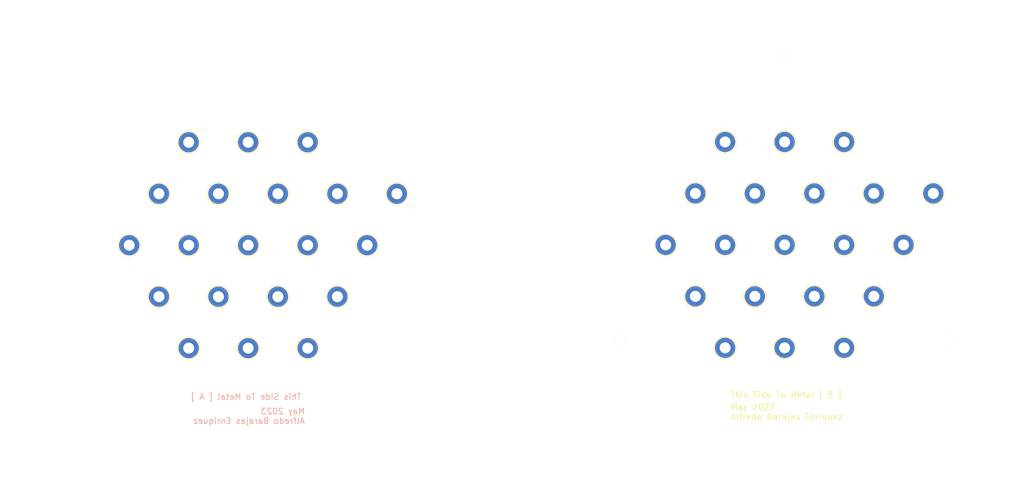
<source format=kicad_pcb>
(kicad_pcb (version 20221018) (generator pcbnew)
  (layers (0 "F.Cu" signal) (31 "B.Cu" signal) (34 "B.Paste" user) (35 "F.Paste" user) (36 "B.SilkS" user "B.Silkscreen") (37 "F.SilkS" user "F.Silkscreen") (38 "B.Mask" user) (39 "F.Mask" user) (44 "Edge.Cuts" user))
  (net 0 "")
  (footprint "TestPoint:TestPoint_Loop_D2.50mm_Drill1.85mm" (layer "F.Cu") (at 63.753737 53.293737)
    (fp_text reference "CH10" hide)
    (fp_text value "READOUT")
    (fp_circle (center 0 0) (end 1.9 0) (stroke (width 0.12)) (fill none) (layer "F.SilkS"))
    (pad "1" thru_hole circle (at 0 0) (size 3.4 3.4) (drill 1.85) (layers "*.Cu" "*.Mask"))
  )
  (footprint "TestPoint:TestPoint_Loop_D2.50mm_Drill1.85mm" (layer "F.Cu") (at 153.925 53.24)
    (fp_text reference "CH10" hide)
    (fp_text value "READOUT")
    (fp_circle (center 0 0) (end 1.9 0) (stroke (width 0.12)) (fill none) (layer "F.SilkS"))
    (pad "1" thru_hole circle (at 0 0) (size 3.4 3.4) (drill 1.85) (layers "*.Cu" "*.Mask"))
  )
  (footprint "TestPoint:TestPoint_Loop_D2.50mm_Drill1.85mm" (layer "F.Cu") (at 143.925 53.24)
    (fp_text reference "CH9" hide)
    (fp_text value "READOUT")
    (fp_circle (center 0 0) (end 1.9 0) (stroke (width 0.12)) (fill none) (layer "F.SilkS"))
    (pad "1" thru_hole circle (at 0 0) (size 3.4 3.4) (drill 1.85) (layers "*.Cu" "*.Mask"))
  )
  (footprint "TestPoint:TestPoint_Loop_D2.50mm_Drill1.85mm" (layer "F.Cu") (at 48.753737 61.953737)
    (fp_text reference "CH12" hide)
    (fp_text value "READOUT")
    (fp_circle (center 0 0) (end 1.9 0) (stroke (width 0.12)) (fill none) (layer "F.SilkS"))
    (pad "1" thru_hole circle (at 0 0) (size 3.4 3.4) (drill 1.85) (layers "*.Cu" "*.Mask"))
  )
  (footprint "TestPoint:TestPoint_Loop_D2.50mm_Drill1.85mm" (layer "F.Cu") (at 128.925 61.9)
    (fp_text reference "CH1" hide)
    (fp_text value "READOUT")
    (fp_circle (center 0 0) (end 1.9 0) (stroke (width 0.12)) (fill none) (layer "F.SilkS"))
    (pad "1" thru_hole circle (at 0 0) (size 3.4 3.4) (drill 1.85) (layers "*.Cu" "*.Mask"))
  )
  (footprint "TestPoint:TestPoint_Loop_D2.50mm_Drill1.85mm" (layer "F.Cu") (at 33.753737 53.293737)
    (fp_text reference "CH1" hide)
    (fp_text value "READOUT")
    (fp_circle (center 0 0) (end 1.9 0) (stroke (width 0.12)) (fill none) (layer "F.SilkS"))
    (pad "1" thru_hole circle (at 0 0) (size 3.4 3.4) (drill 1.85) (layers "*.Cu" "*.Mask"))
  )
  (footprint "TestPoint:TestPoint_Loop_D2.50mm_Drill1.85mm" (layer "F.Cu") (at 138.925 61.9)
    (fp_text reference "CH12" hide)
    (fp_text value "READOUT")
    (fp_circle (center 0 0) (end 1.9 0) (stroke (width 0.12)) (fill none) (layer "F.SilkS"))
    (pad "1" thru_hole circle (at 0 0) (size 3.4 3.4) (drill 1.85) (layers "*.Cu" "*.Mask"))
  )
  (footprint "TestPoint:TestPoint_Loop_D2.50mm_Drill1.85mm" (layer "F.Cu") (at 38.753737 61.953737)
    (fp_text reference "CH1" hide)
    (fp_text value "READOUT")
    (fp_circle (center 0 0) (end 1.9 0) (stroke (width 0.12)) (fill none) (layer "F.SilkS"))
    (pad "1" thru_hole circle (at 0 0) (size 3.4 3.4) (drill 1.85) (layers "*.Cu" "*.Mask"))
  )
  (footprint "TestPoint:TestPoint_Loop_D2.50mm_Drill1.85mm" (layer "F.Cu") (at 148.925 61.9)
    (fp_text reference "CH13" hide)
    (fp_text value "READOUT")
    (fp_circle (center 0 0) (end 1.9 0) (stroke (width 0.12)) (fill none) (layer "F.SilkS"))
    (pad "1" thru_hole circle (at 0 0) (size 3.4 3.4) (drill 1.85) (layers "*.Cu" "*.Mask"))
  )
  (footprint "TestPoint:TestPoint_Loop_D2.50mm_Drill1.85mm" (layer "F.Cu") (at 58.753737 61.953737)
    (fp_text reference "CH13" hide)
    (fp_text value "READOUT")
    (fp_circle (center 0 0) (end 1.9 0) (stroke (width 0.12)) (fill none) (layer "F.SilkS"))
    (pad "1" thru_hole circle (at 0 0) (size 3.4 3.4) (drill 1.85) (layers "*.Cu" "*.Mask"))
  )
  (footprint "TestPoint:TestPoint_Loop_D2.50mm_Drill1.85mm" (layer "F.Cu") (at 123.925 53.24)
    (fp_text reference "CH1" hide)
    (fp_text value "READOUT")
    (fp_circle (center 0 0) (end 1.9 0) (stroke (width 0.12)) (fill none) (layer "F.SilkS"))
    (pad "1" thru_hole circle (at 0 0) (size 3.4 3.4) (drill 1.85) (layers "*.Cu" "*.Mask"))
  )
  (footprint "TestPoint:TestPoint_Loop_D2.50mm_Drill1.85mm" (layer "F.Cu") (at 148.925 44.58)
    (fp_text reference "CH5" hide)
    (fp_text value "READOUT")
    (fp_circle (center 0 0) (end 1.9 0) (stroke (width 0.12)) (fill none) (layer "F.SilkS"))
    (pad "1" thru_hole circle (at 0 0) (size 3.4 3.4) (drill 1.85) (layers "*.Cu" "*.Mask"))
  )
  (footprint "TestPoint:TestPoint_Loop_D2.50mm_Drill1.85mm" (layer "F.Cu") (at 73.753737 53.293737)
    (fp_text reference "CH11" hide)
    (fp_text value "READOUT")
    (fp_circle (center 0 0) (end 1.9 0) (stroke (width 0.12)) (fill none) (layer "F.SilkS"))
    (pad "1" thru_hole circle (at 0 0) (size 3.4 3.4) (drill 1.85) (layers "*.Cu" "*.Mask"))
  )
  (footprint "TestPoint:TestPoint_Loop_D2.50mm_Drill1.85mm" (layer "F.Cu") (at 53.753737 53.293737)
    (fp_text reference "CH9" hide)
    (fp_text value "READOUT")
    (fp_circle (center 0 0) (end 1.9 0) (stroke (width 0.12)) (fill none) (layer "F.SilkS"))
    (pad "1" thru_hole circle (at 0 0) (size 3.4 3.4) (drill 1.85) (layers "*.Cu" "*.Mask"))
  )
  (footprint "TestPoint:TestPoint_Loop_D2.50mm_Drill1.85mm" (layer "F.Cu") (at 63.753737 35.973737)
    (fp_text reference "CH3" hide)
    (fp_text value "READOUT")
    (fp_circle (center 0 0) (end 1.9 0) (stroke (width 0.12)) (fill none) (layer "F.SilkS"))
    (pad "1" thru_hole circle (at 0 0) (size 3.4 3.4) (drill 1.85) (layers "*.Cu" "*.Mask"))
  )
  (footprint "TestPoint:TestPoint_Loop_D2.50mm_Drill1.85mm" (layer "F.Cu") (at 53.753737 35.973737)
    (fp_text reference "CH2" hide)
    (fp_text value "READOUT")
    (fp_circle (center 0 0) (end 1.9 0) (stroke (width 0.12)) (fill none) (layer "F.SilkS"))
    (pad "1" thru_hole circle (at 0 0) (size 3.4 3.4) (drill 1.85) (layers "*.Cu" "*.Mask"))
  )
  (footprint "TestPoint:TestPoint_Loop_D2.50mm_Drill1.85mm" (layer "F.Cu") (at 133.925 35.92)
    (fp_text reference "CH1" hide)
    (fp_text value "READOUT")
    (fp_circle (center 0 0) (end 1.9 0) (stroke (width 0.12)) (fill none) (layer "F.SilkS"))
    (pad "1" thru_hole circle (at 0 0) (size 3.4 3.4) (drill 1.85) (layers "*.Cu" "*.Mask"))
  )
  (footprint "TestPoint:TestPoint_Loop_D2.50mm_Drill1.85mm" (layer "F.Cu") (at 43.753737 70.613737)
    (fp_text reference "CH1" hide)
    (fp_text value "READOUT")
    (fp_circle (center 0 0) (end 1.9 0) (stroke (width 0.12)) (fill none) (layer "F.SilkS"))
    (pad "1" thru_hole circle (at 0 0) (size 3.4 3.4) (drill 1.85) (layers "*.Cu" "*.Mask"))
  )
  (footprint "TestPoint:TestPoint_Loop_D2.50mm_Drill1.85mm" (layer "F.Cu") (at 138.925 44.58)
    (fp_text reference "CH4" hide)
    (fp_text value "READOUT")
    (fp_circle (center 0 0) (end 1.9 0) (stroke (width 0.12)) (fill none) (layer "F.SilkS"))
    (pad "1" thru_hole circle (at 0 0) (size 3.4 3.4) (drill 1.85) (layers "*.Cu" "*.Mask"))
  )
  (footprint "TestPoint:TestPoint_Loop_D2.50mm_Drill1.85mm" (layer "F.Cu") (at 143.925 35.92)
    (fp_text reference "CH2" hide)
    (fp_text value "READOUT")
    (fp_circle (center 0 0) (end 1.9 0) (stroke (width 0.12)) (fill none) (layer "F.SilkS"))
    (pad "1" thru_hole circle (at 0 0) (size 3.4 3.4) (drill 1.85) (layers "*.Cu" "*.Mask"))
  )
  (footprint "TestPoint:TestPoint_Loop_D2.50mm_Drill1.85mm" (layer "F.Cu") (at 143.925 70.56)
    (fp_text reference "CH15" hide)
    (fp_text value "READOUT")
    (fp_circle (center 0 0) (end 1.9 0) (stroke (width 0.12)) (fill none) (layer "F.SilkS"))
    (pad "1" thru_hole circle (at 0 0) (size 3.4 3.4) (drill 1.85) (layers "*.Cu" "*.Mask"))
  )
  (footprint "TestPoint:TestPoint_Loop_D2.50mm_Drill1.85mm" (layer "F.Cu") (at 58.753737 44.633737)
    (fp_text reference "CH5" hide)
    (fp_text value "READOUT")
    (fp_circle (center 0 0) (end 1.9 0) (stroke (width 0.12)) (fill none) (layer "F.SilkS"))
    (pad "1" thru_hole circle (at 0 0) (size 3.4 3.4) (drill 1.85) (layers "*.Cu" "*.Mask"))
  )
  (footprint "TestPoint:TestPoint_Loop_D2.50mm_Drill1.85mm" (layer "F.Cu") (at 48.753737 44.633737)
    (fp_text reference "CH4" hide)
    (fp_text value "READOUT")
    (fp_circle (center 0 0) (end 1.9 0) (stroke (width 0.12)) (fill none) (layer "F.SilkS"))
    (pad "1" thru_hole circle (at 0 0) (size 3.4 3.4) (drill 1.85) (layers "*.Cu" "*.Mask"))
  )
  (footprint "TestPoint:TestPoint_Loop_D2.50mm_Drill1.85mm" (layer "F.Cu") (at 158.925 44.58)
    (fp_text reference "CH6" hide)
    (fp_text value "READOUT")
    (fp_circle (center 0 0) (end 1.9 0) (stroke (width 0.12)) (fill none) (layer "F.SilkS"))
    (pad "1" thru_hole circle (at 0 0) (size 3.4 3.4) (drill 1.85) (layers "*.Cu" "*.Mask"))
  )
  (footprint "TestPoint:TestPoint_Loop_D2.50mm_Drill1.85mm" (layer "F.Cu") (at 68.753737 61.953737)
    (fp_text reference "CH14" hide)
    (fp_text value "READOUT")
    (fp_circle (center 0 0) (end 1.9 0) (stroke (width 0.12)) (fill none) (layer "F.SilkS"))
    (pad "1" thru_hole circle (at 0 0) (size 3.4 3.4) (drill 1.85) (layers "*.Cu" "*.Mask"))
  )
  (footprint "TestPoint:TestPoint_Loop_D2.50mm_Drill1.85mm" (layer "F.Cu") (at 78.753737 44.633737)
    (fp_text reference "CH7" hide)
    (fp_text value "READOUT")
    (fp_circle (center 0 0) (end 1.9 0) (stroke (width 0.12)) (fill none) (layer "F.SilkS"))
    (pad "1" thru_hole circle (at 0 0) (size 3.4 3.4) (drill 1.85) (layers "*.Cu" "*.Mask"))
  )
  (footprint "TestPoint:TestPoint_Loop_D2.50mm_Drill1.85mm" (layer "F.Cu") (at 53.753737 70.613737)
    (fp_text reference "CH15" hide)
    (fp_text value "READOUT")
    (fp_circle (center 0 0) (end 1.9 0) (stroke (width 0.12)) (fill none) (layer "F.SilkS"))
    (pad "1" thru_hole circle (at 0 0) (size 3.4 3.4) (drill 1.85) (layers "*.Cu" "*.Mask"))
  )
  (footprint "TestPoint:TestPoint_Loop_D2.50mm_Drill1.85mm" (layer "F.Cu") (at 43.753737 53.293737)
    (fp_text reference "CH8" hide)
    (fp_text value "READOUT")
    (fp_circle (center 0 0) (end 1.9 0) (stroke (width 0.12)) (fill none) (layer "F.SilkS"))
    (pad "1" thru_hole circle (at 0 0) (size 3.4 3.4) (drill 1.85) (layers "*.Cu" "*.Mask"))
  )
  (footprint "TestPoint:TestPoint_Loop_D2.50mm_Drill1.85mm" (layer "F.Cu") (at 153.925 35.92)
    (fp_text reference "CH3" hide)
    (fp_text value "READOUT")
    (fp_circle (center 0 0) (end 1.9 0) (stroke (width 0.12)) (fill none) (layer "F.SilkS"))
    (pad "1" thru_hole circle (at 0 0) (size 3.4 3.4) (drill 1.85) (layers "*.Cu" "*.Mask"))
  )
  (footprint "TestPoint:TestPoint_Loop_D2.50mm_Drill1.85mm" (layer "F.Cu") (at 63.753737 70.613737)
    (fp_text reference "CH16" hide)
    (fp_text value "READOUT")
    (fp_circle (center 0 0) (end 1.9 0) (stroke (width 0.12)) (fill none) (layer "F.SilkS"))
    (pad "1" thru_hole circle (at 0 0) (size 3.4 3.4) (drill 1.85) (layers "*.Cu" "*.Mask"))
  )
  (footprint "TestPoint:TestPoint_Loop_D2.50mm_Drill1.85mm" (layer "F.Cu") (at 133.925 70.56)
    (fp_text reference "CH1" hide)
    (fp_text value "READOUT")
    (fp_circle (center 0 0) (end 1.9 0) (stroke (width 0.12)) (fill none) (layer "F.SilkS"))
    (pad "1" thru_hole circle (at 0 0) (size 3.4 3.4) (drill 1.85) (layers "*.Cu" "*.Mask"))
  )
  (footprint "TestPoint:TestPoint_Loop_D2.50mm_Drill1.85mm" (layer "F.Cu") (at 38.753737 44.633737)
    (fp_text reference "CH1" hide)
    (fp_text value "READOUT")
    (fp_circle (center 0 0) (end 1.9 0) (stroke (width 0.12)) (fill none) (layer "F.SilkS"))
    (pad "1" thru_hole circle (at 0 0) (size 3.4 3.4) (drill 1.85) (layers "*.Cu" "*.Mask"))
  )
  (footprint "TestPoint:TestPoint_Loop_D2.50mm_Drill1.85mm" (layer "F.Cu") (at 163.925 53.24)
    (fp_text reference "CH11" hide)
    (fp_text value "READOUT")
    (fp_circle (center 0 0) (end 1.9 0) (stroke (width 0.12)) (fill none) (layer "F.SilkS"))
    (pad "1" thru_hole circle (at 0 0) (size 3.4 3.4) (drill 1.85) (layers "*.Cu" "*.Mask"))
  )
  (footprint "TestPoint:TestPoint_Loop_D2.50mm_Drill1.85mm" (layer "F.Cu") (at 68.753737 44.633737)
    (fp_text reference "CH6" hide)
    (fp_text value "READOUT")
    (fp_circle (center 0 0) (end 1.9 0) (stroke (width 0.12)) (fill none) (layer "F.SilkS"))
    (pad "1" thru_hole circle (at 0 0) (size 3.4 3.4) (drill 1.85) (layers "*.Cu" "*.Mask"))
  )
  (footprint "TestPoint:TestPoint_Loop_D2.50mm_Drill1.85mm" (layer "F.Cu") (at 43.753737 35.973737)
    (fp_text reference "CH1" hide)
    (fp_text value "READOUT")
    (fp_circle (center 0 0) (end 1.9 0) (stroke (width 0.12)) (fill none) (layer "F.SilkS"))
    (pad "1" thru_hole circle (at 0 0) (size 3.4 3.4) (drill 1.85) (layers "*.Cu" "*.Mask"))
  )
  (footprint "TestPoint:TestPoint_Loop_D2.50mm_Drill1.85mm" (layer "F.Cu") (at 128.925 44.58)
    (fp_text reference "CH1" hide)
    (fp_text value "READOUT")
    (fp_circle (center 0 0) (end 1.9 0) (stroke (width 0.12)) (fill none) (layer "F.SilkS"))
    (pad "1" thru_hole circle (at 0 0) (size 3.4 3.4) (drill 1.85) (layers "*.Cu" "*.Mask"))
  )
  (footprint "TestPoint:TestPoint_Loop_D2.50mm_Drill1.85mm" (layer "F.Cu") (at 168.925 44.58)
    (fp_text reference "CH7" hide)
    (fp_text value "READOUT")
    (fp_circle (center 0 0) (end 1.9 0) (stroke (width 0.12)) (fill none) (layer "F.SilkS"))
    (pad "1" thru_hole circle (at 0 0) (size 3.4 3.4) (drill 1.85) (layers "*.Cu" "*.Mask"))
  )
  (footprint "TestPoint:TestPoint_Loop_D2.50mm_Drill1.85mm" (layer "F.Cu") (at 153.925 70.56)
    (fp_text reference "CH16" hide)
    (fp_text value "READOUT")
    (fp_circle (center 0 0) (end 1.9 0) (stroke (width 0.12)) (fill none) (layer "F.SilkS"))
    (pad "1" thru_hole circle (at 0 0) (size 3.4 3.4) (drill 1.85) (layers "*.Cu" "*.Mask"))
  )
  (footprint "TestPoint:TestPoint_Loop_D2.50mm_Drill1.85mm" (layer "F.Cu") (at 133.925 53.24)
    (fp_text reference "CH8" hide)
    (fp_text value "READOUT")
    (fp_circle (center 0 0) (end 1.9 0) (stroke (width 0.12)) (fill none) (layer "F.SilkS"))
    (pad "1" thru_hole circle (at 0 0) (size 3.4 3.4) (drill 1.85) (layers "*.Cu" "*.Mask"))
  )
  (footprint "TestPoint:TestPoint_Loop_D2.50mm_Drill1.85mm" (layer "F.Cu") (at 158.925 61.9)
    (fp_text reference "CH14" hide)
    (fp_text value "READOUT")
    (fp_circle (center 0 0) (end 1.9 0) (stroke (width 0.12)) (fill none) (layer "F.SilkS"))
    (pad "1" thru_hole circle (at 0 0) (size 3.4 3.4) (drill 1.85) (layers "*.Cu" "*.Mask"))
  )
  (gr_circle (center 84.064626 70.793737) (end 87.064626 70.793737) (stroke (width 0.001)) (fill none) (layer "Edge.Cuts"))
  (gr_circle (center 116.211998 69.239673) (end 117.211998 69.239673) (stroke (width 0.01)) (fill none) (layer "Edge.Cuts"))
  (gr_circle (center 143.925 53.24) (end 177.925 53.24) (stroke (width 0.001)) (fill none) (layer "Edge.Cuts"))
  (gr_circle (center 23.442848 70.793737) (end 26.442848 70.793737) (stroke (width 0.001)) (fill none) (layer "Edge.Cuts"))
  (gr_circle (center 53.753737 18.293737) (end 56.753737 18.293737) (stroke (width 0.001)) (fill none) (layer "Edge.Cuts"))
  (gr_circle (center 143.925378 21.24) (end 144.925378 21.24) (stroke (width 0.01)) (fill none) (layer "Edge.Cuts"))
  (gr_circle (center 171.637624 69.240327) (end 172.637624 69.240327) (stroke (width 0.01)) (fill none) (layer "Edge.Cuts"))
  (gr_circle (center 53.753737 53.293737) (end 93.753737 53.293737) (stroke (width 0.001)) (fill none) (layer "Edge.Cuts"))
  (gr_text "May 2023\nAlfredo Barajas Enriquez\n" (at 63.37 83.43) (layer "B.SilkS") (effects (font (size 1 1)) (justify left bottom mirror)))
  (gr_text "This Side To Metal [ A ]\n" (at 62.775 79.37) (layer "B.SilkS") (effects (font (size 1 1)) (justify left bottom mirror)))
  (gr_text "This Side To Metal [ B ]\n" (at 134.735 79.025) (layer "F.SilkS") (effects (font (size 1 1)) (justify left bottom)))
  (gr_text "May 2023\nAlfredo Barajas Enriquez\n" (at 134.81 82.74) (layer "F.SilkS") (effects (font (size 1 1)) (justify left bottom)))
)
</source>
